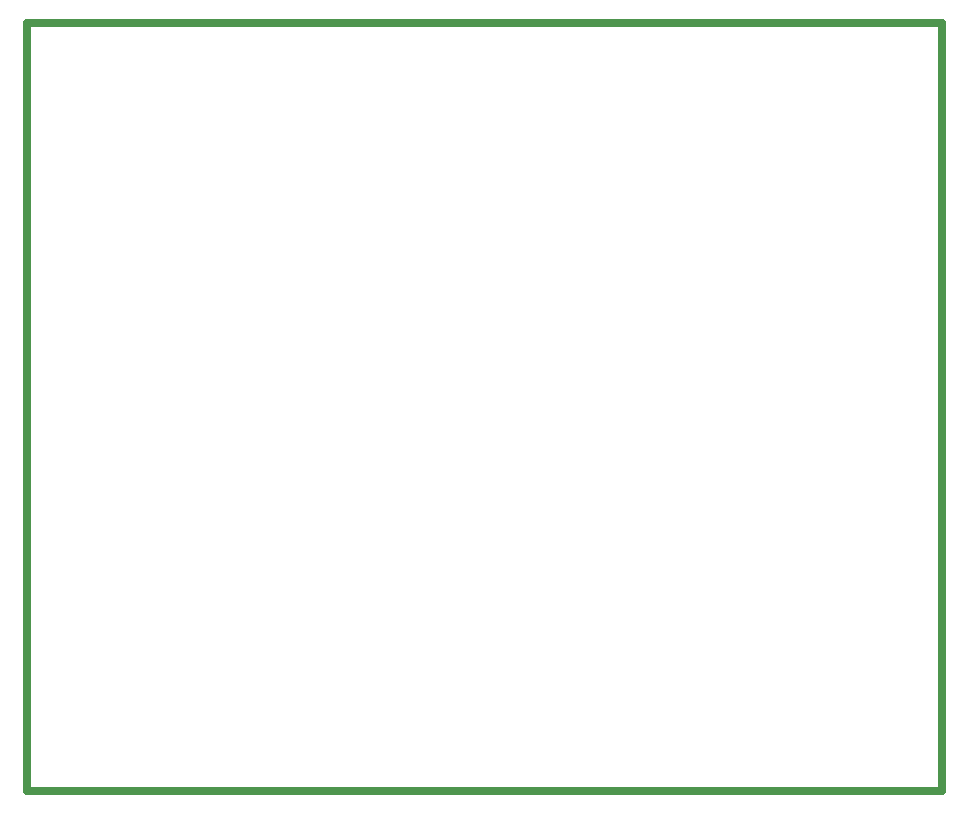
<source format=gm1>
G04*
G04 #@! TF.GenerationSoftware,Altium Limited,Altium Designer,19.1.8 (144)*
G04*
G04 Layer_Color=16711935*
%FSLAX25Y25*%
%MOIN*%
G70*
G01*
G75*
%ADD45C,0.02500*%
D45*
X329000Y256000D02*
X329000Y0D01*
X24000Y256000D02*
X329000D01*
X24000Y0D02*
X329000D01*
X24000D02*
Y256000D01*
M02*

</source>
